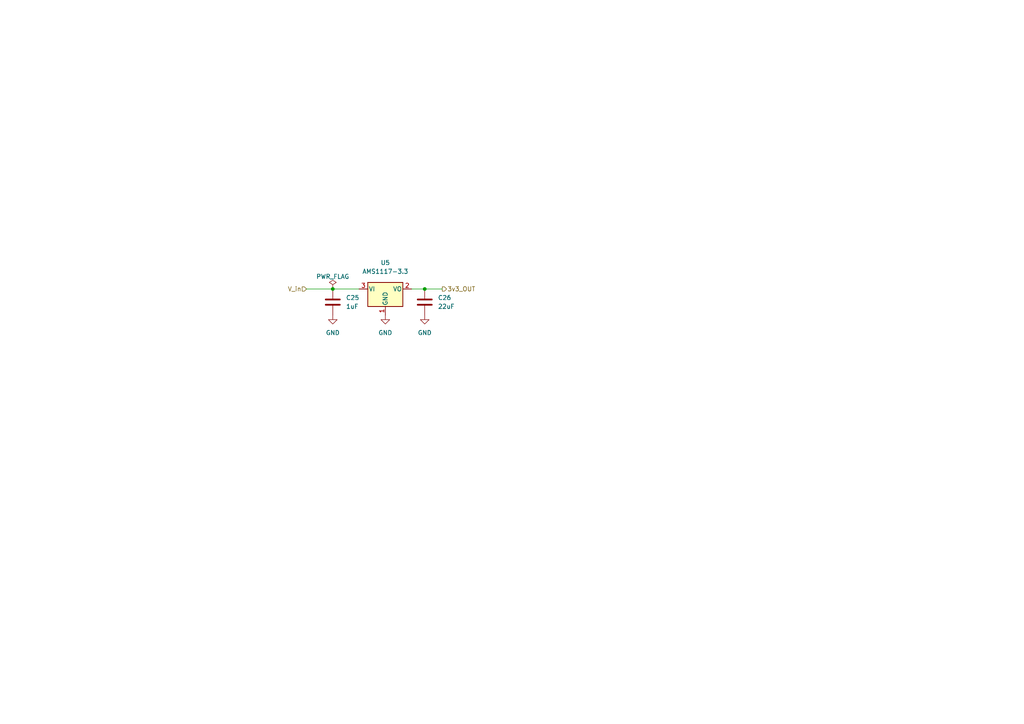
<source format=kicad_sch>
(kicad_sch (version 20211123) (generator eeschema)
  (paper "A4")
  (lib_symbols
    (symbol "Device:C" (pin_numbers hide) (pin_names (offset 0.254))
      (property "Reference" "C" (at 0.635 2.54 0))
      (property "Value" "C" (at 0.635 -2.54 0))
      (symbol "C_0_1"
        (polyline (pts (xy -2.032 -0.762) (xy 2.032 -0.762)) (stroke (width 0.508)))
        (polyline (pts (xy -2.032 0.762) (xy 2.032 0.762)) (stroke (width 0.508)))
      )
      (symbol "C_1_1"
        (pin passive line (at 0 3.81 270) (length 2.794) (name "~") (number "1"))
        (pin passive line (at 0 -3.81 90) (length 2.794) (name "~") (number "2"))
      )
    )
    (symbol "Regulator_Linear:AMS1117-3.3" (pin_names (offset 0.254))
      (property "Reference" "U" (at -3.81 3.175 0))
      (property "Value" "AMS1117-3.3" (at 0 3.175 0))
      (symbol "AMS1117-3.3_0_1"
        (rectangle (start -5.08 -5.08) (end 5.08 1.905) (stroke (width 0.254)) (fill (type background)))
      )
      (symbol "AMS1117-3.3_1_1"
        (pin power_in line (at 0 -7.62 90) (length 2.54) (name "GND") (number "1"))
        (pin power_out line (at 7.62 0 180) (length 2.54) (name "VO") (number "2"))
        (pin power_in line (at -7.62 0 0) (length 2.54) (name "VI") (number "3"))
      )
    )
    (symbol "power:GND" (power) (pin_names (offset 0))
      (property "Value" "GND" (at 0 -3.81 0))
      (symbol "GND_0_1"
        (polyline (pts (xy 0 0) (xy 0 -1.27) (xy 1.27 -1.27) (xy 0 -2.54) (xy -1.27 -1.27) (xy 0 -1.27)))
      )
      (symbol "GND_1_1"
        (pin power_in line (at 0 0 270) (length 0) hide (name "GND") (number "1"))
      )
    )
    (symbol "power:PWR_FLAG" (power) (pin_numbers hide) (pin_names (offset 0) hide)
      (property "Value" "PWR_FLAG" (at 0 3.81 0))
      (symbol "PWR_FLAG_0_0"
        (pin power_out line (at 0 0 90) (length 0) (name "pwr") (number "1"))
      )
      (symbol "PWR_FLAG_0_1"
        (polyline (pts (xy 0 0) (xy 0 1.27) (xy -1.016 1.905) (xy 0 2.54) (xy 1.016 1.905) (xy 0 1.27)))
      )
    )
  )
  (junction (at 96.52 83.82))
  (junction (at 123.19 83.82))
  (wire (pts (xy 123.19 83.82) (xy 119.38 83.82)))
  (wire (pts (xy 88.9 83.82) (xy 96.52 83.82)))
  (wire (pts (xy 96.52 83.82) (xy 104.14 83.82)))
  (wire (pts (xy 128.27 83.82) (xy 123.19 83.82)))
  (hierarchical_label "V_in" (shape input) (at 88.9 83.82 180))
  (hierarchical_label "3v3_OUT" (shape output) (at 128.27 83.82 0))
  (symbol (lib_id "power:GND") (at 96.52 91.44 0) (unit 1)
    (property "Reference" "#PWR066" (effects hide))
    (property "Value" "GND" (at 96.52 96.52 0))
  )
  (symbol (lib_id "Device:C") (at 123.19 87.63 0) (unit 1)
    (property "Reference" "C26" (at 127 86.3599 0) (effects (justify left)))
    (property "Value" "22uF" (at 127 88.8999 0) (effects (justify left)))
    (property "Footprint" "Capacitor_SMD:C_0603_1608Metric_Pad1.08x0.95mm_HandSolder" (effects hide))
  )
  (symbol (lib_id "power:PWR_FLAG") (at 96.52 83.82 0) (unit 1)
    (property "Reference" "#FLG05" (effects hide))
    (property "Value" "PWR_FLAG" (at 96.52 80.2155 0))
  )
  (symbol (lib_id "power:GND") (at 111.76 91.44 0) (unit 1)
    (property "Reference" "#PWR067" (effects hide))
    (property "Value" "GND" (at 111.76 96.52 0))
  )
  (symbol (lib_id "power:GND") (at 123.19 91.44 0) (unit 1)
    (property "Reference" "#PWR068" (effects hide))
    (property "Value" "GND" (at 123.19 96.52 0))
  )
  (symbol (lib_id "Device:C") (at 96.52 87.63 0) (unit 1)
    (property "Reference" "C25" (at 100.33 86.3599 0) (effects (justify left)))
    (property "Value" "1uF" (at 100.33 88.8999 0) (effects (justify left)))
    (property "Footprint" "Capacitor_SMD:C_0603_1608Metric_Pad1.08x0.95mm_HandSolder" (effects hide))
  )
  (symbol (lib_id "Regulator_Linear:AMS1117-3.3") (at 111.76 83.82 0) (unit 1)
    (property "Reference" "U5" (at 111.76 76.2 0))
    (property "Value" "AMS1117-3.3" (at 111.76 78.74 0))
    (property "Footprint" "Package_TO_SOT_SMD:SOT-223-3_TabPin2" (effects hide))
    (property "Datasheet" "http://www.advanced-monolithic.com/pdf/ds1117.pdf" (effects hide))
  )
)
</source>
